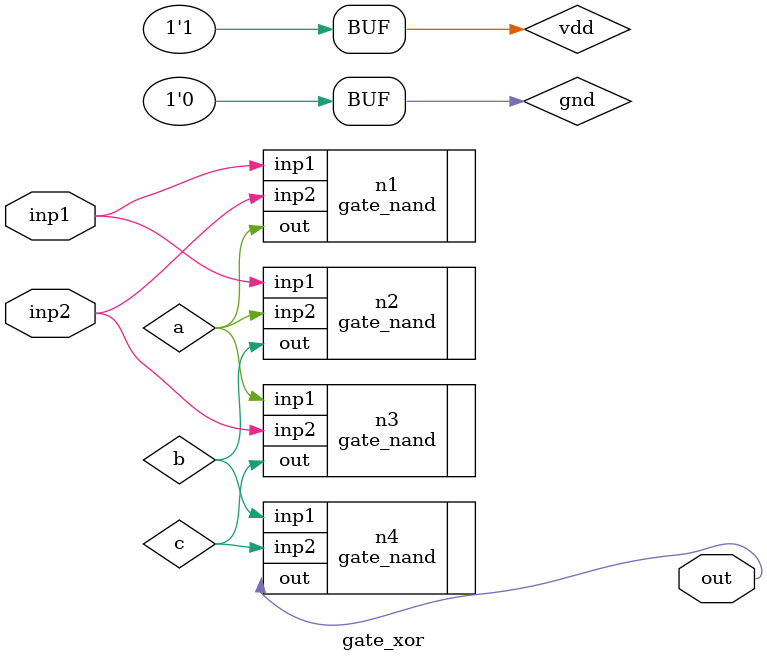
<source format=v>

/*
 * Transistor logic: output, input, control
 * PNP: drain, source, gate
 * NPN: source, drain, gate
 *
 * IHS <3
 */

module gate_xor (inp1, inp2, out);

    supply0 gnd;
    supply1 vdd;

    input  inp1;
    input  inp2;
    output out ;

    wire a;
    wire b;
    wire c;

    gate_nand n1( .inp1(inp1), .inp2(inp2), .out(a));
    gate_nand n2( .inp1(inp1), .inp2(a),    .out(b));
    gate_nand n3( .inp1(a),    .inp2(inp2), .out(c));
    gate_nand n4( .inp1(b),    .inp2(c),    .out(out));

endmodule



</source>
